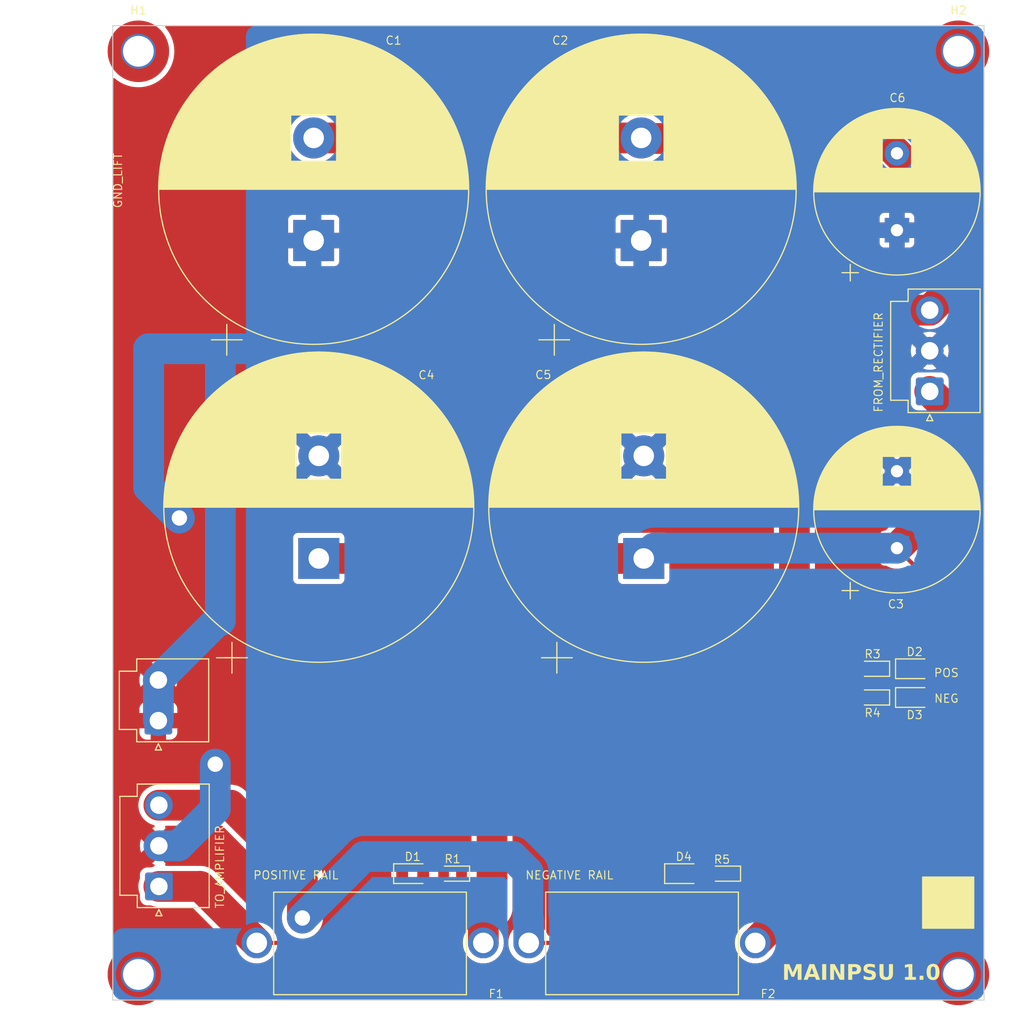
<source format=kicad_pcb>
(kicad_pcb (version 20240108) (generator "pcbnew") (generator_version "8.0")
  (layers (0 "F.Cu" signal) (31 "B.Cu" signal) (34 "B.Paste" user) (35 "F.Paste" user) (36 "B.SilkS" user "B.Silkscreen") (37 "F.SilkS" user "F.Silkscreen") (38 "B.Mask" user) (39 "F.Mask" user) (44 "Edge.Cuts" user))
  (net 0 "")
  (net 1 "PGND")
  (net 2 "Net-(D3-K)")
  (net 3 "Net-(D4-K)")
  (net 4 "VP1")
  (net 5 "VM1")
  (net 6 "VPOUT")
  (net 7 "VNOUT")
  (net 8 "Net-(D1-K)")
  (net 9 "Net-(D2-K)")
  (footprint "Capacitor_THT:CP_Radial_D16.0mm_P7.50mm" (layer "F.Cu") (at 230 94.93982 90)
    (property "Reference" "C3" (at -5.46018 -0.1 0) (layer "F.SilkS") (effects (font (size 0.8 0.8) (thickness 0.1))))
    (property "Value" "3300u 50V")
    (pad "1" thru_hole rect (at 0 0 90) (size 2.4 2.4) (drill 1.2) (layers "*.Cu" "*.Mask") (net 4 "VP1"))
    (pad "2" thru_hole circle (at 7.5 0 90) (size 2.4 2.4) (drill 1.2) (layers "*.Cu" "*.Mask") (net 1 "PGND"))
  )
  (footprint "MountingHole:MountingHole_3mm_Pad_TopOnly" (layer "F.Cu") (at 236 46.5)
    (property "Reference" "H2" (at 0 -4 0) (layer "F.SilkS") (effects (font (size 0.8 0.8) (thickness 0.1))))
    (property "Value" "MountingHole")
    (pad "1" thru_hole circle (at 0 0) (size 3.4 3.4) (drill 3) (layers "*.Cu" "*.Mask"))
    (pad "1" connect circle (at 0 0) (size 6 6) (layers "F.Cu" "F.Mask"))
  )
  (footprint "LED_SMD:LED_0805_2012Metric_Pad1.15x1.40mm_HandSolder" (layer "F.Cu") (at 231.725 106.7)
    (property "Reference" "D2" (at 0 -1.65 0) (layer "F.SilkS") (effects (font (size 0.8 0.8) (thickness 0.1))))
    (property "Value" "YELLOW")
    (pad "1" smd roundrect (at -1.025 0) (size 1.15 1.4) (layers "F.Cu" "F.Paste" "F.Mask") (roundrect_rratio 0.217391) (net 9 "Net-(D2-K)"))
    (pad "2" smd roundrect (at 1.025 0) (size 1.15 1.4) (layers "F.Cu" "F.Paste" "F.Mask") (roundrect_rratio 0.217391) (net 4 "VP1"))
  )
  (footprint "Capacitor_THT:CP_Radial_D30.0mm_P10.00mm_SnapIn" (layer "F.Cu") (at 205.3 95.945 90)
    (property "Reference" "C5" (at 17.9 -9.8 0) (layer "F.SilkS") (effects (font (size 0.8 0.8) (thickness 0.1))))
    (property "Value" "15000U")
    (pad "1" thru_hole rect (at 0 0 90) (size 4 4) (drill 2) (layers "*.Cu" "*.Mask") (net 4 "VP1"))
    (pad "2" thru_hole circle (at 10 0 90) (size 4 4) (drill 2) (layers "*.Cu" "*.Mask") (net 1 "PGND"))
  )
  (footprint "LED_SMD:LED_0603_1608Metric_Pad1.05x0.95mm_HandSolder" (layer "F.Cu") (at 213.083333 126.675 180)
    (property "Reference" "R5" (at 0.15 1.38 0) (layer "F.SilkS") (effects (font (size 0.8 0.8) (thickness 0.1))))
    (property "Value" "16K")
    (pad "1" smd roundrect (at -0.875 0 180) (size 1.05 0.95) (layers "F.Cu" "F.Paste" "F.Mask") (net 3 "Net-(D4-K)"))
    (pad "2" smd roundrect (at 0.875 0 180) (size 1.05 0.95) (layers "F.Cu" "F.Paste" "F.Mask") (net 7 "VNOUT"))
  )
  (footprint "MountingHole:MountingHole_3mm_Pad_TopOnly" (layer "F.Cu") (at 156 136.5)
    (property "Reference" "H3" (hide yes))
    (property "Value" "MountingHole")
    (pad "1" thru_hole circle (at 0 0) (size 3.4 3.4) (drill 3) (layers "*.Cu" "*.Mask"))
    (pad "1" connect circle (at 0 0) (size 6 6) (layers "F.Cu" "F.Mask"))
  )
  (footprint "Capacitor_THT:CP_Radial_D30.0mm_P10.00mm_SnapIn" (layer "F.Cu") (at 205.05 64.95 90)
    (property "Reference" "C2" (at 19.505 -7.9 0) (layer "F.SilkS") (effects (font (size 0.8 0.8) (thickness 0.1))))
    (property "Value" "15000U")
    (pad "1" thru_hole rect (at 0 0 90) (size 4 4) (drill 2) (layers "*.Cu" "*.Mask") (net 1 "PGND"))
    (pad "2" thru_hole circle (at 10 0 90) (size 4 4) (drill 2) (layers "*.Cu" "*.Mask") (net 5 "VM1"))
  )
  (footprint "Connector_JST:JST_VH_B3P-VH_1x03_P3.96mm_Vertical" (layer "F.Cu") (at 158 127.92 90)
    (property "Reference" "J6" (hide yes))
    (property "Value" "Conn_01x03_Male")
    (pad "1" thru_hole roundrect (at 0 0 90) (size 2.7 2.7) (drill 1.7) (layers "*.Cu" "*.Mask") (roundrect_rratio 0.09259296296) (net 6 "VPOUT"))
    (pad "2" thru_hole circle (at 3.96 0 90) (size 2.7 2.7) (drill 1.7) (layers "*.Cu" "*.Mask") (net 1 "PGND"))
    (pad "3" thru_hole circle (at 7.92 0 90) (size 2.7 2.7) (drill 1.7) (layers "*.Cu" "*.Mask") (net 7 "VNOUT"))
  )
  (footprint "LED_SMD:LED_0805_2012Metric_Pad1.15x1.40mm_HandSolder" (layer "F.Cu") (at 182.7625 126.675)
    (property "Reference" "D1" (at 0 -1.65 0) (layer "F.SilkS") (effects (font (size 0.8 0.8) (thickness 0.1))))
    (property "Value" "YELLOW")
    (pad "1" smd roundrect (at -1.025 0) (size 1.15 1.4) (layers "F.Cu" "F.Paste" "F.Mask") (roundrect_rratio 0.217391) (net 8 "Net-(D1-K)"))
    (pad "2" smd roundrect (at 1.025 0) (size 1.15 1.4) (layers "F.Cu" "F.Paste" "F.Mask") (roundrect_rratio 0.217391) (net 6 "VPOUT"))
  )
  (footprint "LED_SMD:LED_0603_1608Metric_Pad1.05x0.95mm_HandSolder" (layer "F.Cu") (at 227.625 109.5 180)
    (property "Reference" "R4" (at 0 -1.5 0) (layer "F.SilkS") (effects (font (size 0.8 0.8) (thickness 0.1))))
    (property "Value" "16K")
    (pad "1" smd roundrect (at -0.875 0 180) (size 1.05 0.95) (layers "F.Cu" "F.Paste" "F.Mask") (net 2 "Net-(D3-K)"))
    (pad "2" smd roundrect (at 0.875 0 180) (size 1.05 0.95) (layers "F.Cu" "F.Paste" "F.Mask") (net 5 "VM1"))
  )
  (footprint "LED_SMD:LED_0805_2012Metric_Pad1.15x1.40mm_HandSolder" (layer "F.Cu") (at 231.725 109.5)
    (property "Reference" "D3" (at 0 1.7 0) (layer "F.SilkS") (effects (font (size 0.8 0.8) (thickness 0.1))))
    (property "Value" "BLUE")
    (pad "1" smd roundrect (at -1.025 0) (size 1.15 1.4) (layers "F.Cu" "F.Paste" "F.Mask") (roundrect_rratio 0.217391) (net 2 "Net-(D3-K)"))
    (pad "2" smd roundrect (at 1.025 0) (size 1.15 1.4) (layers "F.Cu" "F.Paste" "F.Mask") (roundrect_rratio 0.217391) (net 1 "PGND"))
  )
  (footprint "LED_SMD:LED_0805_2012Metric_Pad1.15x1.40mm_HandSolder" (layer "F.Cu") (at 209.200833 126.675)
    (property "Reference" "D4" (at 0 -1.65 0) (layer "F.SilkS") (effects (font (size 0.8 0.8) (thickness 0.1))))
    (property "Value" "BLUE")
    (pad "1" smd roundrect (at -1.025 0) (size 1.15 1.4) (layers "F.Cu" "F.Paste" "F.Mask") (roundrect_rratio 0.217391) (net 3 "Net-(D4-K)"))
    (pad "2" smd roundrect (at 1.025 0) (size 1.15 1.4) (layers "F.Cu" "F.Paste" "F.Mask") (roundrect_rratio 0.217391) (net 1 "PGND"))
  )
  (footprint "Capacitor_THT:CP_Radial_D30.0mm_P10.00mm_SnapIn" (layer "F.Cu") (at 173.1 64.95 90)
    (property "Reference" "C1" (at 19.505 7.8 0) (layer "F.SilkS") (effects (font (size 0.8 0.8) (thickness 0.1))))
    (property "Value" "15000U")
    (pad "1" thru_hole rect (at 0 0 90) (size 4 4) (drill 2) (layers "*.Cu" "*.Mask") (net 1 "PGND"))
    (pad "2" thru_hole circle (at 10 0 90) (size 4 4) (drill 2) (layers "*.Cu" "*.Mask") (net 5 "VM1"))
  )
  (footprint "Connector_JST:JST_VH_B2P-VH-B_1x02_P3.96mm_Vertical" (layer "F.Cu") (at 157.95 111.7575 90)
    (property "Reference" "J1" (hide yes))
    (property "Value" "Conn_01x02_Male")
    (pad "1" thru_hole roundrect (at 0 0 90) (size 2.7 2.7) (drill 1.7) (layers "*.Cu" "*.Mask") (roundrect_rratio 0.092593) (net 1 "PGND"))
    (pad "2" thru_hole circle (at 3.96 0 90) (size 2.7 2.7) (drill 1.7) (layers "*.Cu" "*.Mask") (net 1 "PGND"))
  )
  (footprint "Custom:Aliexpress Fuse 5x20" (layer "F.Cu") (at 178.6 135.975 180)
    (property "Reference" "F1" (at -12.3 -2.42 0) (layer "F.SilkS") (effects (font (size 0.8 0.8) (thickness 0.1))))
    (property "Value" "Fuse_Small")
    (pad "1" thru_hole circle (at -11.05 2.55 180) (size 3 3) (drill 2) (layers "*.Cu" "*.Mask") (net 4 "VP1"))
    (pad "2" thru_hole circle (at 11.05 2.55 180) (size 3 3) (drill 2) (layers "*.Cu" "*.Mask") (net 6 "VPOUT"))
  )
  (footprint "Capacitor_THT:CP_Radial_D16.0mm_P7.50mm" (layer "F.Cu") (at 230 63.94482 90)
    (property "Reference" "C6" (at 12.9 0.05 0) (layer "F.SilkS") (effects (font (size 0.8 0.8) (thickness 0.1))))
    (property "Value" "3300u 50V")
    (pad "1" thru_hole rect (at 0 0 90) (size 2.4 2.4) (drill 1.2) (layers "*.Cu" "*.Mask") (net 1 "PGND"))
    (pad "2" thru_hole circle (at 7.5 0 90) (size 2.4 2.4) (drill 1.2) (layers "*.Cu" "*.Mask") (net 5 "VM1"))
  )
  (footprint "MountingHole:MountingHole_3mm_Pad_TopOnly" (layer "F.Cu") (at 236 136.5)
    (property "Reference" "H4" (hide yes))
    (property "Value" "MountingHole")
    (pad "1" thru_hole circle (at 0 0) (size 3.4 3.4) (drill 3) (layers "*.Cu" "*.Mask"))
    (pad "1" connect circle (at 0 0) (size 6 6) (layers "F.Cu" "F.Mask"))
  )
  (footprint "Connector_JST:JST_VH_B3P-VH_1x03_P3.96mm_Vertical" (layer "F.Cu") (at 233.2 79.66 90)
    (property "Reference" "J2" (hide yes))
    (property "Value" "Conn_01x03_Male")
    (pad "1" thru_hole roundrect (at 0 0 90) (size 2.7 2.7) (drill 1.7) (layers "*.Cu" "*.Mask") (roundrect_rratio 0.092593) (net 4 "VP1"))
    (pad "2" thru_hole circle (at 3.96 0 90) (size 2.7 2.7) (drill 1.7) (layers "*.Cu" "*.Mask") (net 1 "PGND"))
    (pad "3" thru_hole circle (at 7.92 0 90) (size 2.7 2.7) (drill 1.7) (layers "*.Cu" "*.Mask") (net 5 "VM1"))
  )
  (footprint "Custom:Aliexpress Fuse 5x20" (layer "F.Cu") (at 205.133333 135.975 180)
    (property "Reference" "F2" (at -12.3 -2.42 0) (layer "F.SilkS") (effects (font (size 0.8 0.8) (thickness 0.1))))
    (property "Value" "Fuse_Small")
    (pad "1" thru_hole circle (at -11.05 2.55 180) (size 3 3) (drill 2) (layers "*.Cu" "*.Mask") (net 5 "VM1"))
    (pad "2" thru_hole circle (at 11.05 2.55 180) (size 3 3) (drill 2) (layers "*.Cu" "*.Mask") (net 7 "VNOUT"))
  )
  (footprint "LED_SMD:LED_0603_1608Metric_Pad1.05x0.95mm_HandSolder" (layer "F.Cu") (at 186.65 126.675 180)
    (property "Reference" "R1" (at 0 1.43 0) (layer "F.SilkS") (effects (font (size 0.8 0.8) (thickness 0.1))))
    (property "Value" "16K")
    (pad "1" smd roundrect (at -0.875 0 180) (size 1.05 0.95) (layers "F.Cu" "F.Paste" "F.Mask") (net 8 "Net-(D1-K)"))
    (pad "2" smd roundrect (at 0.875 0 180) (size 1.05 0.95) (layers "F.Cu" "F.Paste" "F.Mask") (net 1 "PGND"))
  )
  (footprint "Capacitor_THT:CP_Radial_D30.0mm_P10.00mm_SnapIn" (layer "F.Cu") (at 173.6 95.945 90)
    (property "Reference" "C4" (at 17.877066 10.5 0) (layer "F.SilkS") (effects (font (size 0.8 0.8) (thickness 0.1))))
    (property "Value" "15000U")
    (pad "1" thru_hole rect (at 0 0 90) (size 4 4) (drill 2) (layers "*.Cu" "*.Mask") (net 4 "VP1"))
    (pad "2" thru_hole circle (at 10 0 90) (size 4 4) (drill 2) (layers "*.Cu" "*.Mask") (net 1 "PGND"))
  )
  (footprint "LED_SMD:LED_0603_1608Metric_Pad1.05x0.95mm_HandSolder" (layer "F.Cu") (at 227.625 106.7 180)
    (property "Reference" "R3" (at 0 1.43 0) (layer "F.SilkS") (effects (font (size 0.8 0.8) (thickness 0.1))))
    (property "Value" "16K")
    (pad "1" smd roundrect (at -0.875 0 180) (size 1.05 0.95) (layers "F.Cu" "F.Paste" "F.Mask") (net 9 "Net-(D2-K)"))
    (pad "2" smd roundrect (at 0.875 0 180) (size 1.05 0.95) (layers "F.Cu" "F.Paste" "F.Mask") (net 1 "PGND"))
  )
  (footprint "MountingHole:MountingHole_3mm_Pad_TopOnly" (layer "F.Cu") (at 156 46.5)
    (property "Reference" "H1" (at 0 -4 0) (layer "F.SilkS") (effects (font (size 0.8 0.8) (thickness 0.1))))
    (property "Value" "MountingHole")
    (pad "1" thru_hole circle (at 0 0) (size 3.4 3.4) (drill 3) (layers "*.Cu" "*.Mask"))
    (pad "1" connect circle (at 0 0) (size 6 6) (layers "F.Cu" "F.Mask"))
  )
  (gr_rect (start 232.5 127) (end 237.5 132) (stroke (width 0.1)) (fill solid) (layer "F.SilkS"))
  (gr_line (start 238.5 44) (end 153.5 44) (stroke (width 0.1)) (layer "Edge.Cuts"))
  (gr_line (start 153.5 44) (end 153.5 139) (stroke (width 0.1)) (layer "Edge.Cuts"))
  (gr_line (start 238.5 139) (end 153.5 139) (stroke (width 0.1)) (layer "Edge.Cuts"))
  (gr_line (start 238.5 44) (end 238.5 139) (stroke (width 0.1)) (layer "Edge.Cuts"))
  (gr_text "MAINPSU 1.0" (at 218.8 136.4 0) (layer "F.SilkS") (effects (font (size 1.5 1.5) (thickness 0.3) (bold yes)) (justify left)))
  (gr_text "TO_AMPLIFIER" (at 163.95 126.02 90) (layer "F.SilkS") (effects (font (size 0.8 0.8) (thickness 0.1))))
  (gr_text "POSITIVE RAIL" (at 167.15 126.8265 0) (layer "F.SilkS") (effects (font (size 0.8 0.8) (thickness 0.1)) (justify left)))
  (gr_text "FROM_RECTIFIER" (at 228.2 81.76 90) (layer "F.SilkS") (effects (font (size 0.8 0.8) (thickness 0.1)) (justify left)))
  (gr_text "GND_LIFT" (at 154 59.1 90) (layer "F.SilkS") (effects (font (size 0.8 0.8) (thickness 0.1))))
  (gr_text "NEGATIVE RAIL" (at 193.7 126.8265 0) (layer "F.SilkS") (effects (font (size 0.8 0.8) (thickness 0.1)) (justify left)))
  (gr_text "POS" (at 234.825 107.1 0) (layer "F.SilkS") (effects (font (size 0.8 0.8) (thickness 0.1))))
  (gr_text "NEG\n" (at 234.825 109.6 0) (layer "F.SilkS") (effects (font (size 0.8 0.8) (thickness 0.1))))
  (segment (start 163.5 95.5) (end 163.5 116) (width 3) (layer "F.Cu") (net 1))
  (segment (start 160 92) (end 163.5 95.5) (width 3) (layer "F.Cu") (net 1))
  (via (at 163.5 116) (size 3) (drill 1.5) (layers "F.Cu" "B.Cu") (net 1))
  (via (at 160 92) (size 3) (drill 1.5) (layers "F.Cu" "B.Cu") (net 1))
  (segment (start 164 76) (end 163.5 75.5) (width 3) (layer "B.Cu") (net 1))
  (segment (start 157.95 107.7975) (end 157.95 111.7575) (width 3) (layer "B.Cu") (net 1))
  (segment (start 163.5 75.5) (end 157 75.5) (width 3) (layer "B.Cu") (net 1))
  (segment (start 163.5 120.369188) (end 159.909188 123.96) (width 3) (layer "B.Cu") (net 1))
  (segment (start 163.7475 102) (end 164 102) (width 3) (layer "B.Cu") (net 1))
  (segment (start 170.5 75.5) (end 163.5 75.5) (width 3) (layer "B.Cu") (net 1))
  (segment (start 159.909188 123.96) (end 158 123.96) (width 3) (layer "B.Cu") (net 1))
  (segment (start 164 102) (end 164 76) (width 3) (layer "B.Cu") (net 1))
  (segment (start 157 75.5) (end 157 89) (width 3) (layer "B.Cu") (net 1))
  (segment (start 157.95 107.7975) (end 163.7475 102) (width 3) (layer "B.Cu") (net 1))
  (segment (start 157 89) (end 160 92) (width 3) (layer "B.Cu") (net 1))
  (segment (start 163.5 116) (end 163.5 120.369188) (width 3) (layer "B.Cu") (net 1))
  (segment (start 230.7 109.5) (end 228.5 109.5) (width 0.4) (layer "F.Cu") (net 2))
  (segment (start 211.283333 124) (end 209.3 124) (width 0.4) (layer "F.Cu") (net 3))
  (segment (start 209.3 124) (end 208.175833 125.124167) (width 0.4) (layer "F.Cu") (net 3))
  (segment (start 208.175833 125.124167) (end 208.175833 126.675) (width 0.4) (layer "F.Cu") (net 3))
  (segment (start 213.958333 126.675) (end 211.283333 124) (width 0.4) (layer "F.Cu") (net 3))
  (segment (start 234.5 80.96) (end 234.5 90.43982) (width 3) (layer "F.Cu") (net 4))
  (segment (start 173.6 95.945) (end 190.5 95.945) (width 3) (layer "F.Cu") (net 4))
  (segment (start 232.75 97.68982) (end 230 94.93982) (width 0.4) (layer "F.Cu") (net 4))
  (segment (start 190.5 130) (end 190.5 95.945) (width 3) (layer "F.Cu") (net 4))
  (segment (start 189.65 133.425) (end 189.65 130.85) (width 3) (layer "F.Cu") (net 4))
  (segment (start 232.75 107) (end 232.75 97.68982) (width 0.4) (layer "F.Cu") (net 4))
  (segment (start 190.5 95.945) (end 205.3 95.945) (width 3) (layer "F.Cu") (net 4))
  (segment (start 189.65 130.85) (end 190.5 130) (width 3) (layer "F.Cu") (net 4))
  (segment (start 234.5 90.43982) (end 230 94.93982) (width 3) (layer "F.Cu") (net 4))
  (segment (start 233.2 79.66) (end 234.5 80.96) (width 3) (layer "F.Cu") (net 4))
  (segment (start 230 94.93982) (end 206.30518 94.93982) (width 3) (layer "B.Cu") (net 4))
  (segment (start 206.30518 94.93982) (end 205.3 95.945) (width 3) (layer "B.Cu") (net 4))
  (segment (start 228.76 71.74) (end 220 80.5) (width 3) (layer "F.Cu") (net 5))
  (segment (start 221 109.5) (end 220 110.5) (width 0.4) (layer "F.Cu") (net 5))
  (segment (start 230 56.44482) (end 228.55518 55) (width 3) (layer "F.Cu") (net 5))
  (segment (start 234.5 70.44) (end 233.2 71.74) (width 3) (layer "F.Cu") (net 5))
  (segment (start 234.5 60.94482) (end 234.5 70.44) (width 3) (layer "F.Cu") (net 5))
  (segment (start 205.1 55) (end 205.05 54.95) (width 3) (layer "F.Cu") (net 5))
  (segment (start 220 129.608333) (end 216.183333 133.425) (width 3) (layer "F.Cu") (net 5))
  (segment (start 220 110.5) (end 220 129.608333) (width 3) (layer "F.Cu") (net 5))
  (segment (start 226.75 109.5) (end 221 109.5) (width 0.4) (layer "F.Cu") (net 5))
  (segment (start 233.2 71.74) (end 228.76 71.74) (width 3) (layer "F.Cu") (net 5))
  (segment (start 228.55518 55) (end 205.1 55) (width 3) (layer "F.Cu") (net 5))
  (segment (start 230 56.44482) (end 234.5 60.94482) (width 3) (layer "F.Cu") (net 5))
  (segment (start 205.05 54.95) (end 173.1 54.95) (width 3) (layer "F.Cu") (net 5))
  (segment (start 220 80.5) (end 220 110.5) (width 3) (layer "F.Cu") (net 5))
  (segment (start 177.0375 133.425) (end 167.55 133.425) (width 0.4) (layer "F.Cu") (net 6))
  (segment (start 162.045 127.92) (end 167.55 133.425) (width 3) (layer "F.Cu") (net 6))
  (segment (start 183.7875 126.675) (end 177.0375 133.425) (width 0.4) (layer "F.Cu") (net 6))
  (segment (start 158 127.92) (end 162.045 127.92) (width 3) (layer "F.Cu") (net 6))
  (segment (start 206.475 133.425) (end 194.083333 133.425) (width 0.4) (layer "F.Cu") (net 7))
  (segment (start 165 120) (end 158 120) (width 3) (layer "F.Cu") (net 7))
  (segment (start 172 131) (end 172 127) (width 3) (layer "F.Cu") (net 7))
  (segment (start 212.208333 127.691667) (end 206.475 133.425) (width 0.4) (layer "F.Cu") (net 7))
  (segment (start 172 127) (end 165 120) (width 3) (layer "F.Cu") (net 7))
  (segment (start 212.208333 126.675) (end 212.208333 127.691667) (width 0.4) (layer "F.Cu") (net 7))
  (via (at 172 131) (size 3) (drill 1.5) (layers "F.Cu" "B.Cu") (net 7))
  (segment (start 194 126.5) (end 192.5 125) (width 3) (layer "B.Cu") (net 7))
  (segment (start 192.5 125) (end 178 125) (width 3) (layer "B.Cu") (net 7))
  (segment (start 178 125) (end 172 131) (width 3) (layer "B.Cu") (net 7))
  (segment (start 194.083333 131.30368) (end 194 131.220347) (width 3) (layer "B.Cu") (net 7))
  (segment (start 194 131.220347) (end 194 126.5) (width 3) (layer "B.Cu") (net 7))
  (segment (start 194.083333 133.425) (end 194.083333 131.30368) (width 3) (layer "B.Cu") (net 7))
  (segment (start 186.2 124.3) (end 184.1125 124.3) (width 0.4) (layer "F.Cu") (net 8))
  (segment (start 187.525 126.675) (end 187.525 125.625) (width 0.4) (layer "F.Cu") (net 8))
  (segment (start 187.525 125.625) (end 186.2 124.3) (width 0.4) (layer "F.Cu") (net 8))
  (segment (start 184.1125 124.3) (end 181.7375 126.675) (width 0.4) (layer "F.Cu") (net 8))
  (segment (start 230.7 107) (end 228.5 107) (width 0.4) (layer "F.Cu") (net 9))
  (zone (net 1) (net_name "PGND") (layer "F.Cu") (connect_pads (clearance 0.5)) (min_thickness 0.25) (fill yes (thermal_gap 0.5) (thermal_bridge_width 1.5) (smoothing fillet) (radius 1))
    (polygon (pts (xy 239 50) (xy 239 132) (xy 239.2 137.5) (xy 239.2 140.5) (xy 142.5 140.5) (xy 142.5 131.5) (xy 151 131.5) (xy 151 41.5) (xy 239 41.5)))
  )
  (zone (net 1) (net_name "PGND") (layer "B.Cu") (connect_pads (clearance 0.5)) (min_thickness 0.25) (fill yes (thermal_gap 0.5) (thermal_bridge_width 1.5) (smoothing fillet) (radius 1))
    (polygon (pts (xy 240.5 50.5) (xy 240 50.5) (xy 240 132.5) (xy 240.5 132.5) (xy 240.5 137.5) (xy 240.5 141) (xy 142.5 141) (xy 142.5 132) (xy 166.5 132) (xy 166.5 42) (xy 240.5 42)))
  )
)
</source>
